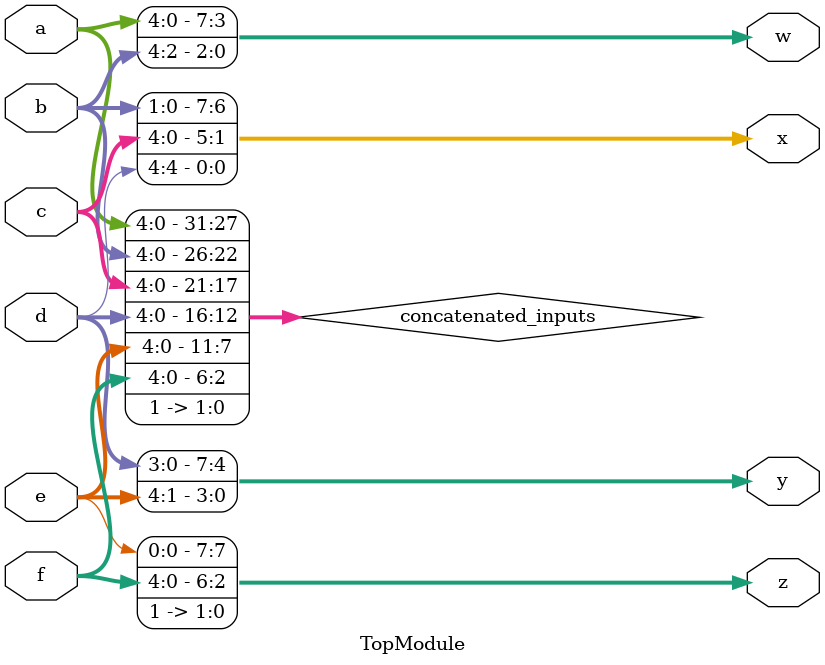
<source format=sv>
module TopModule (
    input  logic [4:0] a,
    input  logic [4:0] b,
    input  logic [4:0] c,
    input  logic [4:0] d,
    input  logic [4:0] e,
    input  logic [4:0] f,
    output logic [7:0] w,
    output logic [7:0] x,
    output logic [7:0] y,
    output logic [7:0] z
);

    logic [31:0] concatenated_inputs;

    // Concatenate inputs and append two 1 bits at the LSB positions
    assign concatenated_inputs = {a, b, c, d, e, f, 2'b11};

    // Split the concatenated inputs into the output vectors
    assign w = concatenated_inputs[31:24];
    assign x = concatenated_inputs[23:16];
    assign y = concatenated_inputs[15:8];
    assign z = concatenated_inputs[7:0];

endmodule
</source>
